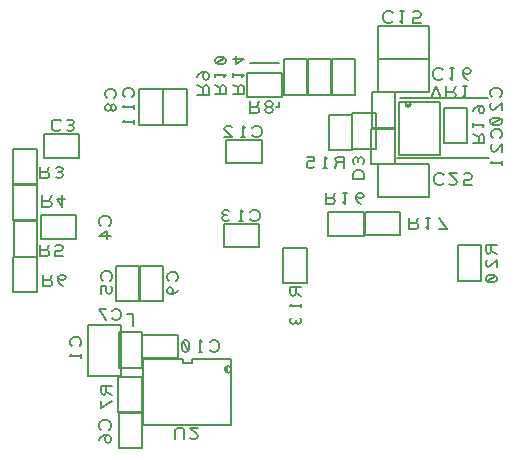
<source format=gbo>
%FSLAX25Y25*%
%MOIN*%
G04 EasyPC Gerber Version 18.0.8 Build 3632 *
%ADD10C,0.00500*%
X0Y0D02*
D02*
D10*
X17219Y117719D02*
X25093D01*
Y105907*
X17219*
Y117719*
Y141719D02*
X25093D01*
Y129907*
X17219*
Y141719*
Y153719D02*
X25093D01*
Y141907*
X17219*
Y153719*
X25281Y117781D02*
X17407D01*
Y129593*
X25281*
Y117781*
X26250Y121813D02*
Y118063D01*
X28437*
X29063Y118375*
X29375Y119000*
X29063Y119625*
X28437Y119937*
X26250*
X28437D02*
X29375Y121813D01*
X31250Y121500D02*
X31875Y121813D01*
X32813*
X33437Y121500*
X33750Y120875*
Y120563*
X33437Y119937*
X32813Y119625*
X31250*
Y118063*
X33750*
X26250Y147813D02*
Y144063D01*
X28437*
X29063Y144375*
X29375Y145000*
X29063Y145625*
X28437Y145937*
X26250*
X28437D02*
X29375Y147813D01*
X31563Y147500D02*
X32187Y147813D01*
X32813*
X33437Y147500*
X33750Y146875*
X33437Y146250*
X32813Y145937*
X32187*
X32813D02*
X33437Y145625D01*
X33750Y145000*
X33437Y144375*
X32813Y144063*
X32187*
X31563Y144375*
X26950Y138213D02*
Y134463D01*
X29137*
X29763Y134775*
X30075Y135400*
X29763Y136025*
X29137Y136337*
X26950*
X29137D02*
X30075Y138213D01*
X33513D02*
Y134463D01*
X31950Y136963*
X34450*
X27250Y111813D02*
Y108063D01*
X29437*
X30063Y108375*
X30375Y109000*
X30063Y109625*
X29437Y109937*
X27250*
X29437D02*
X30375Y111813D01*
X32250Y110875D02*
X32563Y110250D01*
X33187Y109937*
X33813*
X34437Y110250*
X34750Y110875*
X34437Y111500*
X33813Y111813*
X33187*
X32563Y111500*
X32250Y110875*
Y109937*
X32563Y109000*
X33187Y108375*
X33813Y108063*
X33175Y162887D02*
X32863Y163200D01*
X32237Y163513*
X31300*
X30675Y163200*
X30363Y162887*
X30050Y162263*
Y161013*
X30363Y160387*
X30675Y160075*
X31300Y159763*
X32237*
X32863Y160075*
X33175Y160387*
X35363Y163200D02*
X35987Y163513D01*
X36613*
X37237Y163200*
X37550Y162575*
X37237Y161950*
X36613Y161637*
X35987*
X36613D02*
X37237Y161325D01*
X37550Y160700*
X37237Y160075*
X36613Y159763*
X35987*
X35363Y160075*
X38250Y123719D02*
Y131593D01*
X26439*
Y123719*
X38250*
X39250Y150719D02*
Y158593D01*
X27439*
Y150719*
X39250*
X39387Y87925D02*
X39700Y88237D01*
X40013Y88863*
Y89800*
X39700Y90425*
X39387Y90737*
X38763Y91050*
X37513*
X36887Y90737*
X36575Y90425*
X36263Y89800*
Y88863*
X36575Y88237*
X36887Y87925*
X40013Y85425D02*
Y84175D01*
Y84800D02*
X36263D01*
X36887Y85425*
X42061Y77963D02*
Y94892D01*
X53085*
Y77963*
X42061*
X49087Y60125D02*
X49400Y60437D01*
X49713Y61063*
Y62000*
X49400Y62625*
X49087Y62937*
X48463Y63250*
X47213*
X46587Y62937*
X46275Y62625*
X45963Y62000*
Y61063*
X46275Y60437*
X46587Y60125*
X48775Y58250D02*
X48150Y57937D01*
X47837Y57313*
Y56687*
X48150Y56063*
X48775Y55750*
X49400Y56063*
X49713Y56687*
Y57313*
X49400Y57937*
X48775Y58250*
X47837*
X46900Y57937*
X46275Y57313*
X45963Y56687*
X49087Y128125D02*
X49400Y128437D01*
X49713Y129063*
Y130000*
X49400Y130625*
X49087Y130937*
X48463Y131250*
X47213*
X46587Y130937*
X46275Y130625*
X45963Y130000*
Y129063*
X46275Y128437*
X46587Y128125*
X49713Y124687D02*
X45963D01*
X48463Y126250*
Y123750*
X50213Y74750D02*
X46463D01*
Y72563*
X46775Y71937*
X47400Y71625*
X48025Y71937*
X48337Y72563*
Y74750*
Y72563D02*
X50213Y71625D01*
Y69750D02*
X46463Y67250D01*
Y69750*
X49687Y109825D02*
X50000Y110137D01*
X50313Y110763*
Y111700*
X50000Y112325*
X49687Y112637*
X49063Y112950*
X47813*
X47187Y112637*
X46875Y112325*
X46563Y111700*
Y110763*
X46875Y110137*
X47187Y109825*
X50000Y107950D02*
X50313Y107325D01*
Y106387*
X50000Y105763*
X49375Y105450*
X49063*
X48437Y105763*
X48125Y106387*
Y107950*
X46563*
Y105450*
X52219Y77719D02*
X60093D01*
Y65907*
X52219*
Y77719*
X50987Y170625D02*
X51300Y170937D01*
X51613Y171563*
Y172500*
X51300Y173125*
X50987Y173437*
X50363Y173750*
X49113*
X48487Y173437*
X48175Y173125*
X47863Y172500*
Y171563*
X48175Y170937*
X48487Y170625*
X49737Y167813D02*
Y167187D01*
X49425Y166563*
X48800Y166250*
X48175Y166563*
X47863Y167187*
Y167813*
X48175Y168437*
X48800Y168750*
X49425Y168437*
X49737Y167813*
X50050Y168437*
X50675Y168750*
X51300Y168437*
X51613Y167813*
Y167187*
X51300Y166563*
X50675Y166250*
X50050Y166563*
X49737Y167187*
X50125Y97313D02*
X50437Y97000D01*
X51063Y96687*
X52000*
X52625Y97000*
X52937Y97313*
X53250Y97937*
Y99187*
X52937Y99813*
X52625Y100125*
X52000Y100437*
X51063*
X50437Y100125*
X50125Y99813*
X48250Y96687D02*
X45750Y100437D01*
X48250*
X55250Y98750D02*
X57250D01*
Y94750*
X56887Y170925D02*
X57200Y171237D01*
X57513Y171863*
Y172800*
X57200Y173425*
X56887Y173737*
X56263Y174050*
X55013*
X54387Y173737*
X54075Y173425*
X53763Y172800*
Y171863*
X54075Y171237*
X54387Y170925*
X57513Y168425D02*
Y167175D01*
Y167800D02*
X53763D01*
X54387Y168425*
X57513Y163425D02*
Y162175D01*
Y162800D02*
X53763D01*
X54387Y163425*
X59219Y161750D02*
X67093D01*
Y173561*
X59219*
Y161750*
X59281Y114750D02*
X51407D01*
Y102939*
X59281*
Y114750*
X60250Y91781D02*
Y83907D01*
X72061*
Y91781*
X60250*
X60281Y65750D02*
X52407D01*
Y53939*
X60281*
Y65750*
Y80781D02*
X52407D01*
Y92593*
X60281*
Y80781*
X60486Y83813D02*
Y61687D01*
X90014*
Y83813*
X76726*
Y82337*
X73774*
Y83813*
X60486*
X67219Y161750D02*
X75093D01*
Y173561*
X67219*
Y161750*
X67281Y114750D02*
X59407D01*
Y102939*
X67281*
Y114750*
X71250Y57063D02*
Y59875D01*
X71563Y60500*
X72187Y60813*
X73437*
X74063Y60500*
X74375Y59875*
Y57063*
X78750Y60813D02*
X76250D01*
X78437Y58625*
X78750Y58000*
X78437Y57375*
X77813Y57063*
X76875*
X76250Y57375*
X71687Y109625D02*
X72000Y109937D01*
X72313Y110563*
Y111500*
X72000Y112125*
X71687Y112437*
X71063Y112750*
X69813*
X69187Y112437*
X68875Y112125*
X68563Y111500*
Y110563*
X68875Y109937*
X69187Y109625*
X72313Y106813D02*
X72000Y106187D01*
X71375Y105563*
X70437Y105250*
X69500*
X68875Y105563*
X68563Y106187*
Y106813*
X68875Y107437*
X69500Y107750*
X70125Y107437*
X70437Y106813*
Y106187*
X70125Y105563*
X69500Y105250*
X78687Y171750D02*
X82437D01*
Y173937*
X82125Y174563*
X81500Y174875*
X80875Y174563*
X80563Y173937*
Y171750*
Y173937D02*
X78687Y174875D01*
Y177687D02*
X79000Y178313D01*
X79625Y178937*
X80563Y179250*
X81500*
X82125Y178937*
X82437Y178313*
Y177687*
X82125Y177063*
X81500Y176750*
X80875Y177063*
X80563Y177687*
Y178313*
X80875Y178937*
X81500Y179250*
X84487Y171950D02*
X88237D01*
Y174137*
X87925Y174763*
X87300Y175075*
X86675Y174763*
X86363Y174137*
Y171950*
Y174137D02*
X84487Y175075D01*
Y177575D02*
Y178825D01*
Y178200D02*
X88237D01*
X87613Y177575*
X84800Y182263D02*
X84487Y182887D01*
Y183513*
X84800Y184137*
X85425Y184450*
X87300*
X87925Y184137*
X88237Y183513*
Y182887*
X87925Y182263*
X87300Y181950*
X85425*
X84800Y182263*
X87925Y184137*
X82825Y86813D02*
X83137Y86500D01*
X83763Y86187*
X84700*
X85325Y86500*
X85637Y86813*
X85950Y87437*
Y88687*
X85637Y89313*
X85325Y89625*
X84700Y89937*
X83763*
X83137Y89625*
X82825Y89313*
X80325Y86187D02*
X79075D01*
X79700D02*
Y89937D01*
X80325Y89313*
X75637Y86500D02*
X75013Y86187D01*
X74387*
X73763Y86500*
X73450Y87125*
Y89000*
X73763Y89625*
X74387Y89937*
X75013*
X75637Y89625*
X75950Y89000*
Y87125*
X75637Y86500*
X73763Y89625*
X87450Y128781D02*
Y120907D01*
X99261*
Y128781*
X87450*
X88250Y156781D02*
Y148907D01*
X100061*
Y156781*
X88250*
X88898Y81366D02*
G75*
G02Y79134J-1116D01*
G01*
G75*
G02Y81366J1116*
G01*
G36*
G75*
G02Y79134J-1116*
G01*
G75*
G02Y81366J1116*
G01*
G37*
X90387Y172050D02*
X94137D01*
Y174237*
X93825Y174863*
X93200Y175175*
X92575Y174863*
X92263Y174237*
Y172050*
Y174237D02*
X90387Y175175D01*
Y177675D02*
Y178925D01*
Y178300D02*
X94137D01*
X93513Y177675*
X90387Y183613D02*
X94137D01*
X91637Y182050*
Y184550*
X96250Y169613D02*
Y165863D01*
X98437*
X99063Y166175*
X99375Y166800*
X99063Y167425*
X98437Y167737*
X96250*
X98437D02*
X99375Y169613D01*
X102187Y167737D02*
X102813D01*
X103437Y167425*
X103750Y166800*
X103437Y166175*
X102813Y165863*
X102187*
X101563Y166175*
X101250Y166800*
X101563Y167425*
X102187Y167737*
X101563Y168050*
X101250Y168675*
X101563Y169300*
X102187Y169613*
X102813*
X103437Y169300*
X103750Y168675*
X103437Y168050*
X102813Y167737*
X96350Y182250D02*
X105850D01*
X96325Y130313D02*
X96637Y130000D01*
X97263Y129687*
X98200*
X98825Y130000*
X99137Y130313*
X99450Y130937*
Y132187*
X99137Y132813*
X98825Y133125*
X98200Y133437*
X97263*
X96637Y133125*
X96325Y132813*
X93825Y129687D02*
X92575D01*
X93200D02*
Y133437D01*
X93825Y132813*
X89137Y130000D02*
X88513Y129687D01*
X87887*
X87263Y130000*
X86950Y130625*
X87263Y131250*
X87887Y131563*
X88513*
X87887D02*
X87263Y131875D01*
X86950Y132500*
X87263Y133125*
X87887Y133437*
X88513*
X89137Y133125*
X97025Y158313D02*
X97337Y158000D01*
X97963Y157687*
X98900*
X99525Y158000*
X99837Y158313*
X100150Y158937*
Y160187*
X99837Y160813*
X99525Y161125*
X98900Y161437*
X97963*
X97337Y161125*
X97025Y160813*
X94525Y157687D02*
X93275D01*
X93900D02*
Y161437D01*
X94525Y160813*
X87650Y157687D02*
X90150D01*
X87963Y159875*
X87650Y160500*
X87963Y161125*
X88587Y161437*
X89525*
X90150Y161125*
X104950Y167750D02*
X105850D01*
Y169450*
X107019Y178981D02*
Y171107D01*
X95207*
Y178981*
X107019*
X107219Y120719D02*
X115093D01*
Y108907*
X107219*
Y120719*
X113313Y107750D02*
X109563D01*
Y105563*
X109875Y104937*
X110500Y104625*
X111125Y104937*
X111437Y105563*
Y107750*
Y105563D02*
X113313Y104625D01*
Y102125D02*
Y100875D01*
Y101500D02*
X109563D01*
X110187Y102125*
X113000Y97437D02*
X113313Y96813D01*
Y96187*
X113000Y95563*
X112375Y95250*
X111750Y95563*
X111437Y96187*
Y96813*
Y96187D02*
X111125Y95563D01*
X110500Y95250*
X109875Y95563*
X109563Y96187*
Y96813*
X109875Y97437*
X115281Y171781D02*
X107407D01*
Y183593*
X115281*
Y171781*
X121550Y139113D02*
Y135363D01*
X123737*
X124363Y135675*
X124675Y136300*
X124363Y136925*
X123737Y137237*
X121550*
X123737D02*
X124675Y139113D01*
X127175D02*
X128425D01*
X127800D02*
Y135363D01*
X127175Y135987*
X131550Y138175D02*
X131863Y137550D01*
X132487Y137237*
X133113*
X133737Y137550*
X134050Y138175*
X133737Y138800*
X133113Y139113*
X132487*
X131863Y138800*
X131550Y138175*
Y137237*
X131863Y136300*
X132487Y135675*
X133113Y135363*
X122281Y124719D02*
Y132593D01*
X134093*
Y124719*
X122281*
X123281Y171781D02*
X115407D01*
Y183593*
X123281*
Y171781*
X127550Y147387D02*
Y151137D01*
X125363*
X124737Y150825*
X124425Y150200*
X124737Y149575*
X125363Y149263*
X127550*
X125363D02*
X124425Y147387D01*
X121925D02*
X120675D01*
X121300D02*
Y151137D01*
X121925Y150513*
X117550Y147700D02*
X116925Y147387D01*
X115987*
X115363Y147700*
X115050Y148325*
Y148637*
X115363Y149263*
X115987Y149575*
X117550*
Y151137*
X115050*
X130487Y143550D02*
X134237D01*
Y145425*
X133925Y146050*
X133613Y146363*
X132987Y146675*
X131737*
X131113Y146363*
X130800Y146050*
X130487Y145425*
Y143550*
X130800Y148863D02*
X130487Y149487D01*
Y150113*
X130800Y150737*
X131425Y151050*
X132050Y150737*
X132363Y150113*
Y149487*
Y150113D02*
X132675Y150737D01*
X133300Y151050*
X133925Y150737*
X134237Y150113*
Y149487*
X133925Y148863*
X130219Y153750D02*
X138093D01*
Y165561*
X130219*
Y153750*
X130281Y153381D02*
X122407D01*
Y165193*
X130281*
Y153381*
X131281Y171781D02*
X123407D01*
Y183593*
X131281*
Y171781*
X136619Y148550D02*
X144493D01*
Y160361*
X136619*
Y148550*
X138863Y148739D02*
X155792D01*
Y137715*
X138863*
Y148739*
Y183739D02*
X155792D01*
Y172715*
X138863*
Y183739*
Y194739D02*
X155792D01*
Y183715*
X138863*
Y194739*
X143775Y198987D02*
X143463Y199300D01*
X142837Y199613*
X141900*
X141275Y199300*
X140963Y198987*
X140650Y198363*
Y197113*
X140963Y196487*
X141275Y196175*
X141900Y195863*
X142837*
X143463Y196175*
X143775Y196487*
X146275Y199613D02*
X147525D01*
X146900D02*
Y195863D01*
X146275Y196487*
X150650Y199300D02*
X151275Y199613D01*
X152213*
X152837Y199300*
X153150Y198675*
Y198363*
X152837Y197737*
X152213Y197425*
X150650*
Y195863*
X153150*
X144681Y172550D02*
X136807D01*
Y160739*
X144681*
Y172550*
X145350Y150650D02*
X175850D01*
X145741Y151692D02*
X159559D01*
Y169408*
X145741*
Y151692*
X146050Y170650D02*
X175450D01*
X146219Y132781D02*
Y124907D01*
X134407*
Y132781*
X146219*
X148069Y168568D02*
G75*
G02X149750I841D01*
G01*
G75*
G02X148069I-841*
G01*
G36*
G75*
G02X149750I841*
G01*
G75*
G02X148069I-841*
G01*
G37*
X149250Y130813D02*
Y127063D01*
X151437*
X152063Y127375*
X152375Y128000*
X152063Y128625*
X151437Y128937*
X149250*
X151437D02*
X152375Y130813D01*
X154875D02*
X156125D01*
X155500D02*
Y127063D01*
X154875Y127687*
X159250Y130813D02*
X161750Y127063D01*
X159250*
X156650Y170863D02*
X158213Y174613D01*
X159775Y170863*
X161650Y174613D02*
Y170863D01*
X163837*
X164463Y171175*
X164775Y171800*
X164463Y172425*
X163837Y172737*
X161650*
X163837D02*
X164775Y174613D01*
X167275D02*
X168525D01*
X167900D02*
Y170863D01*
X167275Y171487*
X160475Y179987D02*
X160163Y180300D01*
X159537Y180613*
X158600*
X157975Y180300*
X157663Y179987*
X157350Y179363*
Y178113*
X157663Y177487*
X157975Y177175*
X158600Y176863*
X159537*
X160163Y177175*
X160475Y177487*
X162975Y180613D02*
X164225D01*
X163600D02*
Y176863D01*
X162975Y177487*
X167350Y179675D02*
X167663Y179050D01*
X168287Y178737*
X168913*
X169537Y179050*
X169850Y179675*
X169537Y180300*
X168913Y180613*
X168287*
X167663Y180300*
X167350Y179675*
Y178737*
X167663Y177800*
X168287Y177175*
X168913Y176863*
X160775Y144987D02*
X160463Y145300D01*
X159837Y145613*
X158900*
X158275Y145300*
X157963Y144987*
X157650Y144363*
Y143113*
X157963Y142487*
X158275Y142175*
X158900Y141863*
X159837*
X160463Y142175*
X160775Y142487*
X165150Y145613D02*
X162650D01*
X164837Y143425*
X165150Y142800*
X164837Y142175*
X164213Y141863*
X163275*
X162650Y142175*
X167650Y145300D02*
X168275Y145613D01*
X169213*
X169837Y145300*
X170150Y144675*
Y144363*
X169837Y143737*
X169213Y143425*
X167650*
Y141863*
X170150*
X168681Y155581D02*
X160807D01*
Y167393*
X168681*
Y155581*
X170587Y155550D02*
X174337D01*
Y157737*
X174025Y158363*
X173400Y158675*
X172775Y158363*
X172463Y157737*
Y155550*
Y157737D02*
X170587Y158675D01*
Y161175D02*
Y162425D01*
Y161800D02*
X174337D01*
X173713Y161175*
X170587Y166487D02*
X170900Y167113D01*
X171525Y167737*
X172463Y168050*
X173400*
X174025Y167737*
X174337Y167113*
Y166487*
X174025Y165863*
X173400Y165550*
X172775Y165863*
X172463Y166487*
Y167113*
X172775Y167737*
X173400Y168050*
X173281Y109781D02*
X165407D01*
Y121593*
X173281*
Y109781*
X178513Y121750D02*
X174763D01*
Y119563*
X175075Y118937*
X175700Y118625*
X176325Y118937*
X176637Y119563*
Y121750*
Y119563D02*
X178513Y118625D01*
Y114250D02*
Y116750D01*
X176325Y114563*
X175700Y114250*
X175075Y114563*
X174763Y115187*
Y116125*
X175075Y116750*
X178200Y111437D02*
X178513Y110813D01*
Y110187*
X178200Y109563*
X177575Y109250*
X175700*
X175075Y109563*
X174763Y110187*
Y110813*
X175075Y111437*
X175700Y111750*
X177575*
X178200Y111437*
X175075Y109563*
X179487Y171025D02*
X179800Y171337D01*
X180113Y171963*
Y172900*
X179800Y173525*
X179487Y173837*
X178863Y174150*
X177613*
X176987Y173837*
X176675Y173525*
X176363Y172900*
Y171963*
X176675Y171337*
X176987Y171025*
X180113Y166650D02*
Y169150D01*
X177925Y166963*
X177300Y166650*
X176675Y166963*
X176363Y167587*
Y168525*
X176675Y169150*
X179800Y163837D02*
X180113Y163213D01*
Y162587*
X179800Y161963*
X179175Y161650*
X177300*
X176675Y161963*
X176363Y162587*
Y163213*
X176675Y163837*
X177300Y164150*
X179175*
X179800Y163837*
X176675Y161963*
X179687Y157225D02*
X180000Y157537D01*
X180313Y158163*
Y159100*
X180000Y159725*
X179687Y160037*
X179063Y160350*
X177813*
X177187Y160037*
X176875Y159725*
X176563Y159100*
Y158163*
X176875Y157537*
X177187Y157225*
X180313Y152850D02*
Y155350D01*
X178125Y153163*
X177500Y152850*
X176875Y153163*
X176563Y153787*
Y154725*
X176875Y155350*
X180313Y149725D02*
Y148475D01*
Y149100D02*
X176563D01*
X177187Y149725*
X0Y0D02*
M02*

</source>
